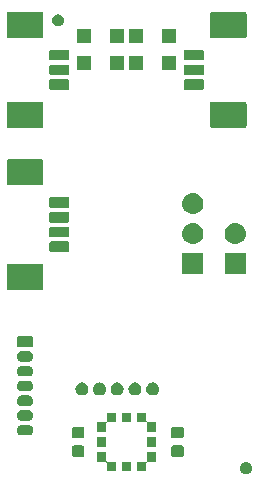
<source format=gbs>
G04 #@! TF.GenerationSoftware,KiCad,Pcbnew,(5.1.4-0-10_14)*
G04 #@! TF.CreationDate,2020-03-01T16:52:25+01:00*
G04 #@! TF.ProjectId,actuator-board,61637475-6174-46f7-922d-626f6172642e,A.1*
G04 #@! TF.SameCoordinates,Original*
G04 #@! TF.FileFunction,Soldermask,Bot*
G04 #@! TF.FilePolarity,Negative*
%FSLAX46Y46*%
G04 Gerber Fmt 4.6, Leading zero omitted, Abs format (unit mm)*
G04 Created by KiCad (PCBNEW (5.1.4-0-10_14)) date 2020-03-01 16:52:25*
%MOMM*%
%LPD*%
G04 APERTURE LIST*
%ADD10C,0.100000*%
G04 APERTURE END LIST*
D10*
G36*
X69245845Y-98619215D02*
G01*
X69336839Y-98656906D01*
X69377507Y-98684080D01*
X69418733Y-98711626D01*
X69488374Y-98781267D01*
X69488375Y-98781269D01*
X69543094Y-98863161D01*
X69580785Y-98954155D01*
X69600000Y-99050754D01*
X69600000Y-99149246D01*
X69580785Y-99245845D01*
X69543094Y-99336839D01*
X69543093Y-99336840D01*
X69488374Y-99418733D01*
X69418733Y-99488374D01*
X69377507Y-99515920D01*
X69336839Y-99543094D01*
X69245845Y-99580785D01*
X69149246Y-99600000D01*
X69050754Y-99600000D01*
X68954155Y-99580785D01*
X68863161Y-99543094D01*
X68822493Y-99515920D01*
X68781267Y-99488374D01*
X68711626Y-99418733D01*
X68656907Y-99336840D01*
X68656906Y-99336839D01*
X68619215Y-99245845D01*
X68600000Y-99149246D01*
X68600000Y-99050754D01*
X68619215Y-98954155D01*
X68656906Y-98863161D01*
X68711625Y-98781269D01*
X68711626Y-98781267D01*
X68781267Y-98711626D01*
X68822493Y-98684080D01*
X68863161Y-98656906D01*
X68954155Y-98619215D01*
X69050754Y-98600000D01*
X69149246Y-98600000D01*
X69245845Y-98619215D01*
X69245845Y-98619215D01*
G37*
G36*
X61475000Y-98570000D02*
G01*
X60829999Y-98570000D01*
X60798785Y-98573074D01*
X60768770Y-98582179D01*
X60741108Y-98596965D01*
X60716863Y-98616863D01*
X60696965Y-98641108D01*
X60682179Y-98668770D01*
X60673074Y-98698785D01*
X60670000Y-98729999D01*
X60670000Y-99375000D01*
X59870000Y-99375000D01*
X59870000Y-98625000D01*
X60565001Y-98625000D01*
X60596215Y-98621926D01*
X60626230Y-98612821D01*
X60653892Y-98598035D01*
X60678137Y-98578137D01*
X60698035Y-98553892D01*
X60712821Y-98526230D01*
X60721926Y-98496215D01*
X60725000Y-98465001D01*
X60725000Y-97770000D01*
X61475000Y-97770000D01*
X61475000Y-98570000D01*
X61475000Y-98570000D01*
G37*
G36*
X59400000Y-99375000D02*
G01*
X58600000Y-99375000D01*
X58600000Y-98625000D01*
X59400000Y-98625000D01*
X59400000Y-99375000D01*
X59400000Y-99375000D01*
G37*
G36*
X57275000Y-98465001D02*
G01*
X57278074Y-98496215D01*
X57287179Y-98526230D01*
X57301965Y-98553892D01*
X57321863Y-98578137D01*
X57346108Y-98598035D01*
X57373770Y-98612821D01*
X57403785Y-98621926D01*
X57434999Y-98625000D01*
X58130000Y-98625000D01*
X58130000Y-99375000D01*
X57330000Y-99375000D01*
X57330000Y-98729999D01*
X57326926Y-98698785D01*
X57317821Y-98668770D01*
X57303035Y-98641108D01*
X57283137Y-98616863D01*
X57258892Y-98596965D01*
X57231230Y-98582179D01*
X57201215Y-98573074D01*
X57170001Y-98570000D01*
X56525000Y-98570000D01*
X56525000Y-97770000D01*
X57275000Y-97770000D01*
X57275000Y-98465001D01*
X57275000Y-98465001D01*
G37*
G36*
X63693040Y-97203905D02*
G01*
X63723619Y-97213181D01*
X63751791Y-97228239D01*
X63776491Y-97248509D01*
X63796761Y-97273209D01*
X63811819Y-97301381D01*
X63821095Y-97331960D01*
X63825000Y-97371605D01*
X63825000Y-98003395D01*
X63821095Y-98043040D01*
X63811819Y-98073619D01*
X63796761Y-98101791D01*
X63776491Y-98126491D01*
X63751791Y-98146761D01*
X63723619Y-98161819D01*
X63693040Y-98171095D01*
X63653395Y-98175000D01*
X62946605Y-98175000D01*
X62906960Y-98171095D01*
X62876381Y-98161819D01*
X62848209Y-98146761D01*
X62823509Y-98126491D01*
X62803239Y-98101791D01*
X62788181Y-98073619D01*
X62778905Y-98043040D01*
X62775000Y-98003395D01*
X62775000Y-97371605D01*
X62778905Y-97331960D01*
X62788181Y-97301381D01*
X62803239Y-97273209D01*
X62823509Y-97248509D01*
X62848209Y-97228239D01*
X62876381Y-97213181D01*
X62906960Y-97203905D01*
X62946605Y-97200000D01*
X63653395Y-97200000D01*
X63693040Y-97203905D01*
X63693040Y-97203905D01*
G37*
G36*
X55293040Y-97203905D02*
G01*
X55323619Y-97213181D01*
X55351791Y-97228239D01*
X55376491Y-97248509D01*
X55396761Y-97273209D01*
X55411819Y-97301381D01*
X55421095Y-97331960D01*
X55425000Y-97371605D01*
X55425000Y-98003395D01*
X55421095Y-98043040D01*
X55411819Y-98073619D01*
X55396761Y-98101791D01*
X55376491Y-98126491D01*
X55351791Y-98146761D01*
X55323619Y-98161819D01*
X55293040Y-98171095D01*
X55253395Y-98175000D01*
X54546605Y-98175000D01*
X54506960Y-98171095D01*
X54476381Y-98161819D01*
X54448209Y-98146761D01*
X54423509Y-98126491D01*
X54403239Y-98101791D01*
X54388181Y-98073619D01*
X54378905Y-98043040D01*
X54375000Y-98003395D01*
X54375000Y-97371605D01*
X54378905Y-97331960D01*
X54388181Y-97301381D01*
X54403239Y-97273209D01*
X54423509Y-97248509D01*
X54448209Y-97228239D01*
X54476381Y-97213181D01*
X54506960Y-97203905D01*
X54546605Y-97200000D01*
X55253395Y-97200000D01*
X55293040Y-97203905D01*
X55293040Y-97203905D01*
G37*
G36*
X61475000Y-97300000D02*
G01*
X60725000Y-97300000D01*
X60725000Y-96500000D01*
X61475000Y-96500000D01*
X61475000Y-97300000D01*
X61475000Y-97300000D01*
G37*
G36*
X57275000Y-97300000D02*
G01*
X56525000Y-97300000D01*
X56525000Y-96500000D01*
X57275000Y-96500000D01*
X57275000Y-97300000D01*
X57275000Y-97300000D01*
G37*
G36*
X63693040Y-95628905D02*
G01*
X63723619Y-95638181D01*
X63751791Y-95653239D01*
X63776491Y-95673509D01*
X63796761Y-95698209D01*
X63811819Y-95726381D01*
X63821095Y-95756960D01*
X63825000Y-95796605D01*
X63825000Y-96428395D01*
X63821095Y-96468040D01*
X63811819Y-96498619D01*
X63796761Y-96526791D01*
X63776491Y-96551491D01*
X63751791Y-96571761D01*
X63723619Y-96586819D01*
X63693040Y-96596095D01*
X63653395Y-96600000D01*
X62946605Y-96600000D01*
X62906960Y-96596095D01*
X62876381Y-96586819D01*
X62848209Y-96571761D01*
X62823509Y-96551491D01*
X62803239Y-96526791D01*
X62788181Y-96498619D01*
X62778905Y-96468040D01*
X62775000Y-96428395D01*
X62775000Y-95796605D01*
X62778905Y-95756960D01*
X62788181Y-95726381D01*
X62803239Y-95698209D01*
X62823509Y-95673509D01*
X62848209Y-95653239D01*
X62876381Y-95638181D01*
X62906960Y-95628905D01*
X62946605Y-95625000D01*
X63653395Y-95625000D01*
X63693040Y-95628905D01*
X63693040Y-95628905D01*
G37*
G36*
X55293040Y-95628905D02*
G01*
X55323619Y-95638181D01*
X55351791Y-95653239D01*
X55376491Y-95673509D01*
X55396761Y-95698209D01*
X55411819Y-95726381D01*
X55421095Y-95756960D01*
X55425000Y-95796605D01*
X55425000Y-96428395D01*
X55421095Y-96468040D01*
X55411819Y-96498619D01*
X55396761Y-96526791D01*
X55376491Y-96551491D01*
X55351791Y-96571761D01*
X55323619Y-96586819D01*
X55293040Y-96596095D01*
X55253395Y-96600000D01*
X54546605Y-96600000D01*
X54506960Y-96596095D01*
X54476381Y-96586819D01*
X54448209Y-96571761D01*
X54423509Y-96551491D01*
X54403239Y-96526791D01*
X54388181Y-96498619D01*
X54378905Y-96468040D01*
X54375000Y-96428395D01*
X54375000Y-95796605D01*
X54378905Y-95756960D01*
X54388181Y-95726381D01*
X54403239Y-95698209D01*
X54423509Y-95673509D01*
X54448209Y-95653239D01*
X54476381Y-95638181D01*
X54506960Y-95628905D01*
X54546605Y-95625000D01*
X55253395Y-95625000D01*
X55293040Y-95628905D01*
X55293040Y-95628905D01*
G37*
G36*
X50738215Y-95456511D02*
G01*
X50823041Y-95482243D01*
X50823044Y-95482245D01*
X50823045Y-95482245D01*
X50901215Y-95524028D01*
X50969737Y-95580263D01*
X51025972Y-95648785D01*
X51035216Y-95666079D01*
X51067757Y-95726959D01*
X51093489Y-95811785D01*
X51102177Y-95900000D01*
X51093489Y-95988215D01*
X51067757Y-96073041D01*
X51067755Y-96073044D01*
X51067755Y-96073045D01*
X51025972Y-96151215D01*
X50969737Y-96219737D01*
X50901215Y-96275972D01*
X50823045Y-96317755D01*
X50823041Y-96317757D01*
X50738215Y-96343489D01*
X50672105Y-96350000D01*
X50127895Y-96350000D01*
X50061785Y-96343489D01*
X49976959Y-96317757D01*
X49976955Y-96317755D01*
X49898785Y-96275972D01*
X49830263Y-96219737D01*
X49774028Y-96151215D01*
X49732245Y-96073045D01*
X49732245Y-96073044D01*
X49732243Y-96073041D01*
X49706511Y-95988215D01*
X49697823Y-95900000D01*
X49706511Y-95811785D01*
X49732243Y-95726959D01*
X49764784Y-95666079D01*
X49774028Y-95648785D01*
X49830263Y-95580263D01*
X49898785Y-95524028D01*
X49976955Y-95482245D01*
X49976956Y-95482245D01*
X49976959Y-95482243D01*
X50061785Y-95456511D01*
X50127895Y-95450000D01*
X50672105Y-95450000D01*
X50738215Y-95456511D01*
X50738215Y-95456511D01*
G37*
G36*
X60670000Y-95070001D02*
G01*
X60673074Y-95101215D01*
X60682179Y-95131230D01*
X60696965Y-95158892D01*
X60716863Y-95183137D01*
X60741108Y-95203035D01*
X60768770Y-95217821D01*
X60798785Y-95226926D01*
X60829999Y-95230000D01*
X61475000Y-95230000D01*
X61475000Y-96030000D01*
X60725000Y-96030000D01*
X60725000Y-95334999D01*
X60721926Y-95303785D01*
X60712821Y-95273770D01*
X60698035Y-95246108D01*
X60678137Y-95221863D01*
X60653892Y-95201965D01*
X60626230Y-95187179D01*
X60596215Y-95178074D01*
X60565001Y-95175000D01*
X59870000Y-95175000D01*
X59870000Y-94425000D01*
X60670000Y-94425000D01*
X60670000Y-95070001D01*
X60670000Y-95070001D01*
G37*
G36*
X58130000Y-95175000D02*
G01*
X57434999Y-95175000D01*
X57403785Y-95178074D01*
X57373770Y-95187179D01*
X57346108Y-95201965D01*
X57321863Y-95221863D01*
X57301965Y-95246108D01*
X57287179Y-95273770D01*
X57278074Y-95303785D01*
X57275000Y-95334999D01*
X57275000Y-96030000D01*
X56525000Y-96030000D01*
X56525000Y-95230000D01*
X57170001Y-95230000D01*
X57201215Y-95226926D01*
X57231230Y-95217821D01*
X57258892Y-95203035D01*
X57283137Y-95183137D01*
X57303035Y-95158892D01*
X57317821Y-95131230D01*
X57326926Y-95101215D01*
X57330000Y-95070001D01*
X57330000Y-94425000D01*
X58130000Y-94425000D01*
X58130000Y-95175000D01*
X58130000Y-95175000D01*
G37*
G36*
X59400000Y-95175000D02*
G01*
X58600000Y-95175000D01*
X58600000Y-94425000D01*
X59400000Y-94425000D01*
X59400000Y-95175000D01*
X59400000Y-95175000D01*
G37*
G36*
X50738215Y-94206511D02*
G01*
X50823041Y-94232243D01*
X50823044Y-94232245D01*
X50823045Y-94232245D01*
X50901215Y-94274028D01*
X50901217Y-94274029D01*
X50901216Y-94274029D01*
X50969737Y-94330263D01*
X51025971Y-94398784D01*
X51067757Y-94476959D01*
X51093489Y-94561785D01*
X51102177Y-94650000D01*
X51093489Y-94738215D01*
X51067757Y-94823041D01*
X51067755Y-94823044D01*
X51067755Y-94823045D01*
X51025972Y-94901215D01*
X50969737Y-94969737D01*
X50901215Y-95025972D01*
X50823045Y-95067755D01*
X50823041Y-95067757D01*
X50738215Y-95093489D01*
X50672105Y-95100000D01*
X50127895Y-95100000D01*
X50061785Y-95093489D01*
X49976959Y-95067757D01*
X49976955Y-95067755D01*
X49898785Y-95025972D01*
X49830263Y-94969737D01*
X49774028Y-94901215D01*
X49732245Y-94823045D01*
X49732245Y-94823044D01*
X49732243Y-94823041D01*
X49706511Y-94738215D01*
X49697823Y-94650000D01*
X49706511Y-94561785D01*
X49732243Y-94476959D01*
X49774029Y-94398784D01*
X49830263Y-94330263D01*
X49898784Y-94274029D01*
X49898783Y-94274029D01*
X49898785Y-94274028D01*
X49976955Y-94232245D01*
X49976956Y-94232245D01*
X49976959Y-94232243D01*
X50061785Y-94206511D01*
X50127895Y-94200000D01*
X50672105Y-94200000D01*
X50738215Y-94206511D01*
X50738215Y-94206511D01*
G37*
G36*
X50738215Y-92956511D02*
G01*
X50823041Y-92982243D01*
X50823044Y-92982245D01*
X50823045Y-92982245D01*
X50901215Y-93024028D01*
X50901217Y-93024029D01*
X50901216Y-93024029D01*
X50969737Y-93080263D01*
X51025971Y-93148784D01*
X51067757Y-93226959D01*
X51093489Y-93311785D01*
X51102177Y-93400000D01*
X51093489Y-93488215D01*
X51067757Y-93573041D01*
X51067755Y-93573044D01*
X51067755Y-93573045D01*
X51025972Y-93651215D01*
X50969737Y-93719737D01*
X50901215Y-93775972D01*
X50823045Y-93817755D01*
X50823041Y-93817757D01*
X50738215Y-93843489D01*
X50672105Y-93850000D01*
X50127895Y-93850000D01*
X50061785Y-93843489D01*
X49976959Y-93817757D01*
X49976955Y-93817755D01*
X49898785Y-93775972D01*
X49830263Y-93719737D01*
X49774028Y-93651215D01*
X49732245Y-93573045D01*
X49732245Y-93573044D01*
X49732243Y-93573041D01*
X49706511Y-93488215D01*
X49697823Y-93400000D01*
X49706511Y-93311785D01*
X49732243Y-93226959D01*
X49774029Y-93148784D01*
X49830263Y-93080263D01*
X49898784Y-93024029D01*
X49898783Y-93024029D01*
X49898785Y-93024028D01*
X49976955Y-92982245D01*
X49976956Y-92982245D01*
X49976959Y-92982243D01*
X50061785Y-92956511D01*
X50127895Y-92950000D01*
X50672105Y-92950000D01*
X50738215Y-92956511D01*
X50738215Y-92956511D01*
G37*
G36*
X56860429Y-91871136D02*
G01*
X56927178Y-91898785D01*
X56960523Y-91912597D01*
X57050607Y-91972789D01*
X57127211Y-92049393D01*
X57127213Y-92049396D01*
X57187403Y-92139477D01*
X57228864Y-92239571D01*
X57250000Y-92345830D01*
X57250000Y-92454170D01*
X57228864Y-92560429D01*
X57187403Y-92660523D01*
X57127211Y-92750607D01*
X57050607Y-92827211D01*
X57050604Y-92827213D01*
X56960523Y-92887403D01*
X56860429Y-92928864D01*
X56754170Y-92950000D01*
X56645830Y-92950000D01*
X56539571Y-92928864D01*
X56439477Y-92887403D01*
X56349396Y-92827213D01*
X56349393Y-92827211D01*
X56272789Y-92750607D01*
X56212597Y-92660523D01*
X56171136Y-92560429D01*
X56150000Y-92454170D01*
X56150000Y-92345830D01*
X56171136Y-92239571D01*
X56212597Y-92139477D01*
X56272787Y-92049396D01*
X56272789Y-92049393D01*
X56349393Y-91972789D01*
X56439477Y-91912597D01*
X56472822Y-91898785D01*
X56539571Y-91871136D01*
X56645830Y-91850000D01*
X56754170Y-91850000D01*
X56860429Y-91871136D01*
X56860429Y-91871136D01*
G37*
G36*
X55360429Y-91871136D02*
G01*
X55427178Y-91898785D01*
X55460523Y-91912597D01*
X55550607Y-91972789D01*
X55627211Y-92049393D01*
X55627213Y-92049396D01*
X55687403Y-92139477D01*
X55728864Y-92239571D01*
X55750000Y-92345830D01*
X55750000Y-92454170D01*
X55728864Y-92560429D01*
X55687403Y-92660523D01*
X55627211Y-92750607D01*
X55550607Y-92827211D01*
X55550604Y-92827213D01*
X55460523Y-92887403D01*
X55360429Y-92928864D01*
X55254170Y-92950000D01*
X55145830Y-92950000D01*
X55039571Y-92928864D01*
X54939477Y-92887403D01*
X54849396Y-92827213D01*
X54849393Y-92827211D01*
X54772789Y-92750607D01*
X54712597Y-92660523D01*
X54671136Y-92560429D01*
X54650000Y-92454170D01*
X54650000Y-92345830D01*
X54671136Y-92239571D01*
X54712597Y-92139477D01*
X54772787Y-92049396D01*
X54772789Y-92049393D01*
X54849393Y-91972789D01*
X54939477Y-91912597D01*
X54972822Y-91898785D01*
X55039571Y-91871136D01*
X55145830Y-91850000D01*
X55254170Y-91850000D01*
X55360429Y-91871136D01*
X55360429Y-91871136D01*
G37*
G36*
X61360429Y-91871136D02*
G01*
X61427178Y-91898785D01*
X61460523Y-91912597D01*
X61550607Y-91972789D01*
X61627211Y-92049393D01*
X61627213Y-92049396D01*
X61687403Y-92139477D01*
X61728864Y-92239571D01*
X61750000Y-92345830D01*
X61750000Y-92454170D01*
X61728864Y-92560429D01*
X61687403Y-92660523D01*
X61627211Y-92750607D01*
X61550607Y-92827211D01*
X61550604Y-92827213D01*
X61460523Y-92887403D01*
X61360429Y-92928864D01*
X61254170Y-92950000D01*
X61145830Y-92950000D01*
X61039571Y-92928864D01*
X60939477Y-92887403D01*
X60849396Y-92827213D01*
X60849393Y-92827211D01*
X60772789Y-92750607D01*
X60712597Y-92660523D01*
X60671136Y-92560429D01*
X60650000Y-92454170D01*
X60650000Y-92345830D01*
X60671136Y-92239571D01*
X60712597Y-92139477D01*
X60772787Y-92049396D01*
X60772789Y-92049393D01*
X60849393Y-91972789D01*
X60939477Y-91912597D01*
X60972822Y-91898785D01*
X61039571Y-91871136D01*
X61145830Y-91850000D01*
X61254170Y-91850000D01*
X61360429Y-91871136D01*
X61360429Y-91871136D01*
G37*
G36*
X59860429Y-91871136D02*
G01*
X59927178Y-91898785D01*
X59960523Y-91912597D01*
X60050607Y-91972789D01*
X60127211Y-92049393D01*
X60127213Y-92049396D01*
X60187403Y-92139477D01*
X60228864Y-92239571D01*
X60250000Y-92345830D01*
X60250000Y-92454170D01*
X60228864Y-92560429D01*
X60187403Y-92660523D01*
X60127211Y-92750607D01*
X60050607Y-92827211D01*
X60050604Y-92827213D01*
X59960523Y-92887403D01*
X59860429Y-92928864D01*
X59754170Y-92950000D01*
X59645830Y-92950000D01*
X59539571Y-92928864D01*
X59439477Y-92887403D01*
X59349396Y-92827213D01*
X59349393Y-92827211D01*
X59272789Y-92750607D01*
X59212597Y-92660523D01*
X59171136Y-92560429D01*
X59150000Y-92454170D01*
X59150000Y-92345830D01*
X59171136Y-92239571D01*
X59212597Y-92139477D01*
X59272787Y-92049396D01*
X59272789Y-92049393D01*
X59349393Y-91972789D01*
X59439477Y-91912597D01*
X59472822Y-91898785D01*
X59539571Y-91871136D01*
X59645830Y-91850000D01*
X59754170Y-91850000D01*
X59860429Y-91871136D01*
X59860429Y-91871136D01*
G37*
G36*
X58360429Y-91871136D02*
G01*
X58427178Y-91898785D01*
X58460523Y-91912597D01*
X58550607Y-91972789D01*
X58627211Y-92049393D01*
X58627213Y-92049396D01*
X58687403Y-92139477D01*
X58728864Y-92239571D01*
X58750000Y-92345830D01*
X58750000Y-92454170D01*
X58728864Y-92560429D01*
X58687403Y-92660523D01*
X58627211Y-92750607D01*
X58550607Y-92827211D01*
X58550604Y-92827213D01*
X58460523Y-92887403D01*
X58360429Y-92928864D01*
X58254170Y-92950000D01*
X58145830Y-92950000D01*
X58039571Y-92928864D01*
X57939477Y-92887403D01*
X57849396Y-92827213D01*
X57849393Y-92827211D01*
X57772789Y-92750607D01*
X57712597Y-92660523D01*
X57671136Y-92560429D01*
X57650000Y-92454170D01*
X57650000Y-92345830D01*
X57671136Y-92239571D01*
X57712597Y-92139477D01*
X57772787Y-92049396D01*
X57772789Y-92049393D01*
X57849393Y-91972789D01*
X57939477Y-91912597D01*
X57972822Y-91898785D01*
X58039571Y-91871136D01*
X58145830Y-91850000D01*
X58254170Y-91850000D01*
X58360429Y-91871136D01*
X58360429Y-91871136D01*
G37*
G36*
X50738215Y-91706511D02*
G01*
X50823041Y-91732243D01*
X50823044Y-91732245D01*
X50823045Y-91732245D01*
X50901215Y-91774028D01*
X50969737Y-91830263D01*
X51025972Y-91898785D01*
X51065527Y-91972787D01*
X51067757Y-91976959D01*
X51093489Y-92061785D01*
X51102177Y-92150000D01*
X51093489Y-92238215D01*
X51067757Y-92323041D01*
X51067755Y-92323044D01*
X51067755Y-92323045D01*
X51025972Y-92401215D01*
X50969737Y-92469737D01*
X50901215Y-92525972D01*
X50836751Y-92560429D01*
X50823041Y-92567757D01*
X50738215Y-92593489D01*
X50672105Y-92600000D01*
X50127895Y-92600000D01*
X50061785Y-92593489D01*
X49976959Y-92567757D01*
X49963249Y-92560429D01*
X49898785Y-92525972D01*
X49830263Y-92469737D01*
X49774028Y-92401215D01*
X49732245Y-92323045D01*
X49732245Y-92323044D01*
X49732243Y-92323041D01*
X49706511Y-92238215D01*
X49697823Y-92150000D01*
X49706511Y-92061785D01*
X49732243Y-91976959D01*
X49734473Y-91972787D01*
X49774028Y-91898785D01*
X49830263Y-91830263D01*
X49898785Y-91774028D01*
X49976955Y-91732245D01*
X49976956Y-91732245D01*
X49976959Y-91732243D01*
X50061785Y-91706511D01*
X50127895Y-91700000D01*
X50672105Y-91700000D01*
X50738215Y-91706511D01*
X50738215Y-91706511D01*
G37*
G36*
X50738215Y-90456511D02*
G01*
X50823041Y-90482243D01*
X50823044Y-90482245D01*
X50823045Y-90482245D01*
X50901215Y-90524028D01*
X50901217Y-90524029D01*
X50901216Y-90524029D01*
X50969737Y-90580263D01*
X51025971Y-90648784D01*
X51067757Y-90726959D01*
X51093489Y-90811785D01*
X51102177Y-90900000D01*
X51093489Y-90988215D01*
X51067757Y-91073041D01*
X51067755Y-91073044D01*
X51067755Y-91073045D01*
X51025972Y-91151215D01*
X50969737Y-91219737D01*
X50901215Y-91275972D01*
X50823045Y-91317755D01*
X50823041Y-91317757D01*
X50738215Y-91343489D01*
X50672105Y-91350000D01*
X50127895Y-91350000D01*
X50061785Y-91343489D01*
X49976959Y-91317757D01*
X49976955Y-91317755D01*
X49898785Y-91275972D01*
X49830263Y-91219737D01*
X49774028Y-91151215D01*
X49732245Y-91073045D01*
X49732245Y-91073044D01*
X49732243Y-91073041D01*
X49706511Y-90988215D01*
X49697823Y-90900000D01*
X49706511Y-90811785D01*
X49732243Y-90726959D01*
X49774029Y-90648784D01*
X49830263Y-90580263D01*
X49898784Y-90524029D01*
X49898783Y-90524029D01*
X49898785Y-90524028D01*
X49976955Y-90482245D01*
X49976956Y-90482245D01*
X49976959Y-90482243D01*
X50061785Y-90456511D01*
X50127895Y-90450000D01*
X50672105Y-90450000D01*
X50738215Y-90456511D01*
X50738215Y-90456511D01*
G37*
G36*
X50738215Y-89206511D02*
G01*
X50823041Y-89232243D01*
X50823044Y-89232245D01*
X50823045Y-89232245D01*
X50901215Y-89274028D01*
X50901217Y-89274029D01*
X50901216Y-89274029D01*
X50969737Y-89330263D01*
X51025971Y-89398784D01*
X51067757Y-89476959D01*
X51093489Y-89561785D01*
X51102177Y-89650000D01*
X51093489Y-89738215D01*
X51067757Y-89823041D01*
X51067755Y-89823044D01*
X51067755Y-89823045D01*
X51025972Y-89901215D01*
X50969737Y-89969737D01*
X50901215Y-90025972D01*
X50823045Y-90067755D01*
X50823041Y-90067757D01*
X50738215Y-90093489D01*
X50672105Y-90100000D01*
X50127895Y-90100000D01*
X50061785Y-90093489D01*
X49976959Y-90067757D01*
X49976955Y-90067755D01*
X49898785Y-90025972D01*
X49830263Y-89969737D01*
X49774028Y-89901215D01*
X49732245Y-89823045D01*
X49732245Y-89823044D01*
X49732243Y-89823041D01*
X49706511Y-89738215D01*
X49697823Y-89650000D01*
X49706511Y-89561785D01*
X49732243Y-89476959D01*
X49774029Y-89398784D01*
X49830263Y-89330263D01*
X49898784Y-89274029D01*
X49898783Y-89274029D01*
X49898785Y-89274028D01*
X49976955Y-89232245D01*
X49976956Y-89232245D01*
X49976959Y-89232243D01*
X50061785Y-89206511D01*
X50127895Y-89200000D01*
X50672105Y-89200000D01*
X50738215Y-89206511D01*
X50738215Y-89206511D01*
G37*
G36*
X50983138Y-87953545D02*
G01*
X51010194Y-87961753D01*
X51035126Y-87975080D01*
X51056983Y-87993017D01*
X51074920Y-88014874D01*
X51088247Y-88039806D01*
X51096455Y-88066862D01*
X51100000Y-88102862D01*
X51100000Y-88697138D01*
X51096455Y-88733138D01*
X51088247Y-88760194D01*
X51074920Y-88785126D01*
X51056983Y-88806983D01*
X51035126Y-88824920D01*
X51010194Y-88838247D01*
X50983138Y-88846455D01*
X50947138Y-88850000D01*
X49852862Y-88850000D01*
X49816862Y-88846455D01*
X49789806Y-88838247D01*
X49764874Y-88824920D01*
X49743017Y-88806983D01*
X49725080Y-88785126D01*
X49711753Y-88760194D01*
X49703545Y-88733138D01*
X49700000Y-88697138D01*
X49700000Y-88102862D01*
X49703545Y-88066862D01*
X49711753Y-88039806D01*
X49725080Y-88014874D01*
X49743017Y-87993017D01*
X49764874Y-87975080D01*
X49789806Y-87961753D01*
X49816862Y-87953545D01*
X49852862Y-87950000D01*
X50947138Y-87950000D01*
X50983138Y-87953545D01*
X50983138Y-87953545D01*
G37*
G36*
X51837164Y-81828450D02*
G01*
X51863280Y-81836372D01*
X51887348Y-81849237D01*
X51908447Y-81866553D01*
X51925763Y-81887652D01*
X51938628Y-81911720D01*
X51946550Y-81937836D01*
X51950000Y-81972865D01*
X51950000Y-83877135D01*
X51946550Y-83912164D01*
X51938628Y-83938280D01*
X51925763Y-83962348D01*
X51908447Y-83983447D01*
X51887348Y-84000763D01*
X51863280Y-84013628D01*
X51837164Y-84021550D01*
X51802135Y-84025000D01*
X48997865Y-84025000D01*
X48962836Y-84021550D01*
X48936720Y-84013628D01*
X48912652Y-84000763D01*
X48891553Y-83983447D01*
X48874237Y-83962348D01*
X48861372Y-83938280D01*
X48853450Y-83912164D01*
X48850000Y-83877135D01*
X48850000Y-81972865D01*
X48853450Y-81937836D01*
X48861372Y-81911720D01*
X48874237Y-81887652D01*
X48891553Y-81866553D01*
X48912652Y-81849237D01*
X48936720Y-81836372D01*
X48962836Y-81828450D01*
X48997865Y-81825000D01*
X51802135Y-81825000D01*
X51837164Y-81828450D01*
X51837164Y-81828450D01*
G37*
G36*
X69100000Y-82700000D02*
G01*
X67300000Y-82700000D01*
X67300000Y-80900000D01*
X69100000Y-80900000D01*
X69100000Y-82700000D01*
X69100000Y-82700000D01*
G37*
G36*
X65500000Y-82700000D02*
G01*
X63700000Y-82700000D01*
X63700000Y-80900000D01*
X65500000Y-80900000D01*
X65500000Y-82700000D01*
X65500000Y-82700000D01*
G37*
G36*
X54033138Y-79928545D02*
G01*
X54060194Y-79936753D01*
X54085126Y-79950080D01*
X54106983Y-79968017D01*
X54124920Y-79989874D01*
X54138247Y-80014806D01*
X54146455Y-80041862D01*
X54150000Y-80077862D01*
X54150000Y-80672138D01*
X54146455Y-80708138D01*
X54138247Y-80735194D01*
X54124920Y-80760126D01*
X54106983Y-80781983D01*
X54085126Y-80799920D01*
X54060194Y-80813247D01*
X54033138Y-80821455D01*
X53997138Y-80825000D01*
X52602862Y-80825000D01*
X52566862Y-80821455D01*
X52539806Y-80813247D01*
X52514874Y-80799920D01*
X52493017Y-80781983D01*
X52475080Y-80760126D01*
X52461753Y-80735194D01*
X52453545Y-80708138D01*
X52450000Y-80672138D01*
X52450000Y-80077862D01*
X52453545Y-80041862D01*
X52461753Y-80014806D01*
X52475080Y-79989874D01*
X52493017Y-79968017D01*
X52514874Y-79950080D01*
X52539806Y-79936753D01*
X52566862Y-79928545D01*
X52602862Y-79925000D01*
X53997138Y-79925000D01*
X54033138Y-79928545D01*
X54033138Y-79928545D01*
G37*
G36*
X64776431Y-78373023D02*
G01*
X64776433Y-78373024D01*
X64776436Y-78373024D01*
X64946076Y-78424484D01*
X64946078Y-78424485D01*
X64946081Y-78424486D01*
X65102432Y-78508057D01*
X65102433Y-78508058D01*
X65102435Y-78508059D01*
X65239475Y-78620525D01*
X65319485Y-78718017D01*
X65351943Y-78757568D01*
X65435514Y-78913919D01*
X65435515Y-78913922D01*
X65435516Y-78913924D01*
X65486976Y-79083564D01*
X65486976Y-79083567D01*
X65486977Y-79083569D01*
X65504354Y-79260000D01*
X65486977Y-79436431D01*
X65486976Y-79436433D01*
X65486976Y-79436436D01*
X65435516Y-79606076D01*
X65435514Y-79606081D01*
X65351943Y-79762432D01*
X65351941Y-79762435D01*
X65239475Y-79899475D01*
X65102435Y-80011941D01*
X65102433Y-80011942D01*
X65102432Y-80011943D01*
X64946081Y-80095514D01*
X64946078Y-80095515D01*
X64946076Y-80095516D01*
X64776436Y-80146976D01*
X64776433Y-80146976D01*
X64776431Y-80146977D01*
X64644207Y-80160000D01*
X64555793Y-80160000D01*
X64423569Y-80146977D01*
X64423567Y-80146976D01*
X64423564Y-80146976D01*
X64253924Y-80095516D01*
X64253922Y-80095515D01*
X64253919Y-80095514D01*
X64097568Y-80011943D01*
X64097567Y-80011942D01*
X64097565Y-80011941D01*
X63960525Y-79899475D01*
X63848059Y-79762435D01*
X63848057Y-79762432D01*
X63764486Y-79606081D01*
X63764484Y-79606076D01*
X63713024Y-79436436D01*
X63713024Y-79436433D01*
X63713023Y-79436431D01*
X63695646Y-79260000D01*
X63713023Y-79083569D01*
X63713024Y-79083567D01*
X63713024Y-79083564D01*
X63764484Y-78913924D01*
X63764485Y-78913922D01*
X63764486Y-78913919D01*
X63848057Y-78757568D01*
X63880516Y-78718017D01*
X63960525Y-78620525D01*
X64097565Y-78508059D01*
X64097567Y-78508058D01*
X64097568Y-78508057D01*
X64253919Y-78424486D01*
X64253922Y-78424485D01*
X64253924Y-78424484D01*
X64423564Y-78373024D01*
X64423567Y-78373024D01*
X64423569Y-78373023D01*
X64555793Y-78360000D01*
X64644207Y-78360000D01*
X64776431Y-78373023D01*
X64776431Y-78373023D01*
G37*
G36*
X68376431Y-78373023D02*
G01*
X68376433Y-78373024D01*
X68376436Y-78373024D01*
X68546076Y-78424484D01*
X68546078Y-78424485D01*
X68546081Y-78424486D01*
X68702432Y-78508057D01*
X68702433Y-78508058D01*
X68702435Y-78508059D01*
X68839475Y-78620525D01*
X68919485Y-78718017D01*
X68951943Y-78757568D01*
X69035514Y-78913919D01*
X69035515Y-78913922D01*
X69035516Y-78913924D01*
X69086976Y-79083564D01*
X69086976Y-79083567D01*
X69086977Y-79083569D01*
X69104354Y-79260000D01*
X69086977Y-79436431D01*
X69086976Y-79436433D01*
X69086976Y-79436436D01*
X69035516Y-79606076D01*
X69035514Y-79606081D01*
X68951943Y-79762432D01*
X68951941Y-79762435D01*
X68839475Y-79899475D01*
X68702435Y-80011941D01*
X68702433Y-80011942D01*
X68702432Y-80011943D01*
X68546081Y-80095514D01*
X68546078Y-80095515D01*
X68546076Y-80095516D01*
X68376436Y-80146976D01*
X68376433Y-80146976D01*
X68376431Y-80146977D01*
X68244207Y-80160000D01*
X68155793Y-80160000D01*
X68023569Y-80146977D01*
X68023567Y-80146976D01*
X68023564Y-80146976D01*
X67853924Y-80095516D01*
X67853922Y-80095515D01*
X67853919Y-80095514D01*
X67697568Y-80011943D01*
X67697567Y-80011942D01*
X67697565Y-80011941D01*
X67560525Y-79899475D01*
X67448059Y-79762435D01*
X67448057Y-79762432D01*
X67364486Y-79606081D01*
X67364484Y-79606076D01*
X67313024Y-79436436D01*
X67313024Y-79436433D01*
X67313023Y-79436431D01*
X67295646Y-79260000D01*
X67313023Y-79083569D01*
X67313024Y-79083567D01*
X67313024Y-79083564D01*
X67364484Y-78913924D01*
X67364485Y-78913922D01*
X67364486Y-78913919D01*
X67448057Y-78757568D01*
X67480516Y-78718017D01*
X67560525Y-78620525D01*
X67697565Y-78508059D01*
X67697567Y-78508058D01*
X67697568Y-78508057D01*
X67853919Y-78424486D01*
X67853922Y-78424485D01*
X67853924Y-78424484D01*
X68023564Y-78373024D01*
X68023567Y-78373024D01*
X68023569Y-78373023D01*
X68155793Y-78360000D01*
X68244207Y-78360000D01*
X68376431Y-78373023D01*
X68376431Y-78373023D01*
G37*
G36*
X54033138Y-78678545D02*
G01*
X54060194Y-78686753D01*
X54085126Y-78700080D01*
X54106983Y-78718017D01*
X54124920Y-78739874D01*
X54138247Y-78764806D01*
X54146455Y-78791862D01*
X54150000Y-78827862D01*
X54150000Y-79422138D01*
X54146455Y-79458138D01*
X54138247Y-79485194D01*
X54124920Y-79510126D01*
X54106983Y-79531983D01*
X54085126Y-79549920D01*
X54060194Y-79563247D01*
X54033138Y-79571455D01*
X53997138Y-79575000D01*
X52602862Y-79575000D01*
X52566862Y-79571455D01*
X52539806Y-79563247D01*
X52514874Y-79549920D01*
X52493017Y-79531983D01*
X52475080Y-79510126D01*
X52461753Y-79485194D01*
X52453545Y-79458138D01*
X52450000Y-79422138D01*
X52450000Y-78827862D01*
X52453545Y-78791862D01*
X52461753Y-78764806D01*
X52475080Y-78739874D01*
X52493017Y-78718017D01*
X52514874Y-78700080D01*
X52539806Y-78686753D01*
X52566862Y-78678545D01*
X52602862Y-78675000D01*
X53997138Y-78675000D01*
X54033138Y-78678545D01*
X54033138Y-78678545D01*
G37*
G36*
X54033138Y-77428545D02*
G01*
X54060194Y-77436753D01*
X54085126Y-77450080D01*
X54106983Y-77468017D01*
X54124920Y-77489874D01*
X54138247Y-77514806D01*
X54146455Y-77541862D01*
X54150000Y-77577862D01*
X54150000Y-78172138D01*
X54146455Y-78208138D01*
X54138247Y-78235194D01*
X54124920Y-78260126D01*
X54106983Y-78281983D01*
X54085126Y-78299920D01*
X54060194Y-78313247D01*
X54033138Y-78321455D01*
X53997138Y-78325000D01*
X52602862Y-78325000D01*
X52566862Y-78321455D01*
X52539806Y-78313247D01*
X52514874Y-78299920D01*
X52493017Y-78281983D01*
X52475080Y-78260126D01*
X52461753Y-78235194D01*
X52453545Y-78208138D01*
X52450000Y-78172138D01*
X52450000Y-77577862D01*
X52453545Y-77541862D01*
X52461753Y-77514806D01*
X52475080Y-77489874D01*
X52493017Y-77468017D01*
X52514874Y-77450080D01*
X52539806Y-77436753D01*
X52566862Y-77428545D01*
X52602862Y-77425000D01*
X53997138Y-77425000D01*
X54033138Y-77428545D01*
X54033138Y-77428545D01*
G37*
G36*
X64776431Y-75833023D02*
G01*
X64776433Y-75833024D01*
X64776436Y-75833024D01*
X64946076Y-75884484D01*
X64946078Y-75884485D01*
X64946081Y-75884486D01*
X65102432Y-75968057D01*
X65102433Y-75968058D01*
X65102435Y-75968059D01*
X65239475Y-76080525D01*
X65331065Y-76192127D01*
X65351943Y-76217568D01*
X65435514Y-76373919D01*
X65435515Y-76373922D01*
X65435516Y-76373924D01*
X65486976Y-76543564D01*
X65486976Y-76543567D01*
X65486977Y-76543569D01*
X65504354Y-76720000D01*
X65486977Y-76896431D01*
X65486976Y-76896433D01*
X65486976Y-76896436D01*
X65438004Y-77057873D01*
X65435514Y-77066081D01*
X65351943Y-77222432D01*
X65351941Y-77222435D01*
X65239475Y-77359475D01*
X65102435Y-77471941D01*
X65102433Y-77471942D01*
X65102432Y-77471943D01*
X64946081Y-77555514D01*
X64946078Y-77555515D01*
X64946076Y-77555516D01*
X64776436Y-77606976D01*
X64776433Y-77606976D01*
X64776431Y-77606977D01*
X64644207Y-77620000D01*
X64555793Y-77620000D01*
X64423569Y-77606977D01*
X64423567Y-77606976D01*
X64423564Y-77606976D01*
X64253924Y-77555516D01*
X64253922Y-77555515D01*
X64253919Y-77555514D01*
X64097568Y-77471943D01*
X64097567Y-77471942D01*
X64097565Y-77471941D01*
X63960525Y-77359475D01*
X63848059Y-77222435D01*
X63848057Y-77222432D01*
X63764486Y-77066081D01*
X63761996Y-77057873D01*
X63713024Y-76896436D01*
X63713024Y-76896433D01*
X63713023Y-76896431D01*
X63695646Y-76720000D01*
X63713023Y-76543569D01*
X63713024Y-76543567D01*
X63713024Y-76543564D01*
X63764484Y-76373924D01*
X63764485Y-76373922D01*
X63764486Y-76373919D01*
X63848057Y-76217568D01*
X63868936Y-76192127D01*
X63960525Y-76080525D01*
X64097565Y-75968059D01*
X64097567Y-75968058D01*
X64097568Y-75968057D01*
X64253919Y-75884486D01*
X64253922Y-75884485D01*
X64253924Y-75884484D01*
X64423564Y-75833024D01*
X64423567Y-75833024D01*
X64423569Y-75833023D01*
X64555793Y-75820000D01*
X64644207Y-75820000D01*
X64776431Y-75833023D01*
X64776431Y-75833023D01*
G37*
G36*
X54033138Y-76178545D02*
G01*
X54060194Y-76186753D01*
X54085126Y-76200080D01*
X54106983Y-76218017D01*
X54124920Y-76239874D01*
X54138247Y-76264806D01*
X54146455Y-76291862D01*
X54150000Y-76327862D01*
X54150000Y-76922138D01*
X54146455Y-76958138D01*
X54138247Y-76985194D01*
X54124920Y-77010126D01*
X54106983Y-77031983D01*
X54085126Y-77049920D01*
X54060194Y-77063247D01*
X54033138Y-77071455D01*
X53997138Y-77075000D01*
X52602862Y-77075000D01*
X52566862Y-77071455D01*
X52539806Y-77063247D01*
X52514874Y-77049920D01*
X52493017Y-77031983D01*
X52475080Y-77010126D01*
X52461753Y-76985194D01*
X52453545Y-76958138D01*
X52450000Y-76922138D01*
X52450000Y-76327862D01*
X52453545Y-76291862D01*
X52461753Y-76264806D01*
X52475080Y-76239874D01*
X52493017Y-76218017D01*
X52514874Y-76200080D01*
X52539806Y-76186753D01*
X52566862Y-76178545D01*
X52602862Y-76175000D01*
X53997138Y-76175000D01*
X54033138Y-76178545D01*
X54033138Y-76178545D01*
G37*
G36*
X51837164Y-72978450D02*
G01*
X51863280Y-72986372D01*
X51887348Y-72999237D01*
X51908447Y-73016553D01*
X51925763Y-73037652D01*
X51938628Y-73061720D01*
X51946550Y-73087836D01*
X51950000Y-73122865D01*
X51950000Y-75027135D01*
X51946550Y-75062164D01*
X51938628Y-75088280D01*
X51925763Y-75112348D01*
X51908447Y-75133447D01*
X51887348Y-75150763D01*
X51863280Y-75163628D01*
X51837164Y-75171550D01*
X51802135Y-75175000D01*
X48997865Y-75175000D01*
X48962836Y-75171550D01*
X48936720Y-75163628D01*
X48912652Y-75150763D01*
X48891553Y-75133447D01*
X48874237Y-75112348D01*
X48861372Y-75088280D01*
X48853450Y-75062164D01*
X48850000Y-75027135D01*
X48850000Y-73122865D01*
X48853450Y-73087836D01*
X48861372Y-73061720D01*
X48874237Y-73037652D01*
X48891553Y-73016553D01*
X48912652Y-72999237D01*
X48936720Y-72986372D01*
X48962836Y-72978450D01*
X48997865Y-72975000D01*
X51802135Y-72975000D01*
X51837164Y-72978450D01*
X51837164Y-72978450D01*
G37*
G36*
X51837164Y-68103450D02*
G01*
X51863280Y-68111372D01*
X51887348Y-68124237D01*
X51908447Y-68141553D01*
X51925763Y-68162652D01*
X51938628Y-68186720D01*
X51946550Y-68212836D01*
X51950000Y-68247865D01*
X51950000Y-70152135D01*
X51946550Y-70187164D01*
X51938628Y-70213280D01*
X51925763Y-70237348D01*
X51908447Y-70258447D01*
X51887348Y-70275763D01*
X51863280Y-70288628D01*
X51837164Y-70296550D01*
X51802135Y-70300000D01*
X48997865Y-70300000D01*
X48962836Y-70296550D01*
X48936720Y-70288628D01*
X48912652Y-70275763D01*
X48891553Y-70258447D01*
X48874237Y-70237348D01*
X48861372Y-70213280D01*
X48853450Y-70187164D01*
X48850000Y-70152135D01*
X48850000Y-68247865D01*
X48853450Y-68212836D01*
X48861372Y-68186720D01*
X48874237Y-68162652D01*
X48891553Y-68141553D01*
X48912652Y-68124237D01*
X48936720Y-68111372D01*
X48962836Y-68103450D01*
X48997865Y-68100000D01*
X51802135Y-68100000D01*
X51837164Y-68103450D01*
X51837164Y-68103450D01*
G37*
G36*
X69037164Y-68103450D02*
G01*
X69063280Y-68111372D01*
X69087348Y-68124237D01*
X69108447Y-68141553D01*
X69125763Y-68162652D01*
X69138628Y-68186720D01*
X69146550Y-68212836D01*
X69150000Y-68247865D01*
X69150000Y-70152135D01*
X69146550Y-70187164D01*
X69138628Y-70213280D01*
X69125763Y-70237348D01*
X69108447Y-70258447D01*
X69087348Y-70275763D01*
X69063280Y-70288628D01*
X69037164Y-70296550D01*
X69002135Y-70300000D01*
X66197865Y-70300000D01*
X66162836Y-70296550D01*
X66136720Y-70288628D01*
X66112652Y-70275763D01*
X66091553Y-70258447D01*
X66074237Y-70237348D01*
X66061372Y-70213280D01*
X66053450Y-70187164D01*
X66050000Y-70152135D01*
X66050000Y-68247865D01*
X66053450Y-68212836D01*
X66061372Y-68186720D01*
X66074237Y-68162652D01*
X66091553Y-68141553D01*
X66112652Y-68124237D01*
X66136720Y-68111372D01*
X66162836Y-68103450D01*
X66197865Y-68100000D01*
X69002135Y-68100000D01*
X69037164Y-68103450D01*
X69037164Y-68103450D01*
G37*
G36*
X54033138Y-66203545D02*
G01*
X54060194Y-66211753D01*
X54085126Y-66225080D01*
X54106983Y-66243017D01*
X54124920Y-66264874D01*
X54138247Y-66289806D01*
X54146455Y-66316862D01*
X54150000Y-66352862D01*
X54150000Y-66947138D01*
X54146455Y-66983138D01*
X54138247Y-67010194D01*
X54124920Y-67035126D01*
X54106983Y-67056983D01*
X54085126Y-67074920D01*
X54060194Y-67088247D01*
X54033138Y-67096455D01*
X53997138Y-67100000D01*
X52602862Y-67100000D01*
X52566862Y-67096455D01*
X52539806Y-67088247D01*
X52514874Y-67074920D01*
X52493017Y-67056983D01*
X52475080Y-67035126D01*
X52461753Y-67010194D01*
X52453545Y-66983138D01*
X52450000Y-66947138D01*
X52450000Y-66352862D01*
X52453545Y-66316862D01*
X52461753Y-66289806D01*
X52475080Y-66264874D01*
X52493017Y-66243017D01*
X52514874Y-66225080D01*
X52539806Y-66211753D01*
X52566862Y-66203545D01*
X52602862Y-66200000D01*
X53997138Y-66200000D01*
X54033138Y-66203545D01*
X54033138Y-66203545D01*
G37*
G36*
X65433138Y-66203545D02*
G01*
X65460194Y-66211753D01*
X65485126Y-66225080D01*
X65506983Y-66243017D01*
X65524920Y-66264874D01*
X65538247Y-66289806D01*
X65546455Y-66316862D01*
X65550000Y-66352862D01*
X65550000Y-66947138D01*
X65546455Y-66983138D01*
X65538247Y-67010194D01*
X65524920Y-67035126D01*
X65506983Y-67056983D01*
X65485126Y-67074920D01*
X65460194Y-67088247D01*
X65433138Y-67096455D01*
X65397138Y-67100000D01*
X64002862Y-67100000D01*
X63966862Y-67096455D01*
X63939806Y-67088247D01*
X63914874Y-67074920D01*
X63893017Y-67056983D01*
X63875080Y-67035126D01*
X63861753Y-67010194D01*
X63853545Y-66983138D01*
X63850000Y-66947138D01*
X63850000Y-66352862D01*
X63853545Y-66316862D01*
X63861753Y-66289806D01*
X63875080Y-66264874D01*
X63893017Y-66243017D01*
X63914874Y-66225080D01*
X63939806Y-66211753D01*
X63966862Y-66203545D01*
X64002862Y-66200000D01*
X65397138Y-66200000D01*
X65433138Y-66203545D01*
X65433138Y-66203545D01*
G37*
G36*
X54033138Y-64953545D02*
G01*
X54060194Y-64961753D01*
X54085126Y-64975080D01*
X54106983Y-64993017D01*
X54124920Y-65014874D01*
X54138247Y-65039806D01*
X54146455Y-65066862D01*
X54150000Y-65102862D01*
X54150000Y-65697138D01*
X54146455Y-65733138D01*
X54138247Y-65760194D01*
X54124920Y-65785126D01*
X54106983Y-65806983D01*
X54085126Y-65824920D01*
X54060194Y-65838247D01*
X54033138Y-65846455D01*
X53997138Y-65850000D01*
X52602862Y-65850000D01*
X52566862Y-65846455D01*
X52539806Y-65838247D01*
X52514874Y-65824920D01*
X52493017Y-65806983D01*
X52475080Y-65785126D01*
X52461753Y-65760194D01*
X52453545Y-65733138D01*
X52450000Y-65697138D01*
X52450000Y-65102862D01*
X52453545Y-65066862D01*
X52461753Y-65039806D01*
X52475080Y-65014874D01*
X52493017Y-64993017D01*
X52514874Y-64975080D01*
X52539806Y-64961753D01*
X52566862Y-64953545D01*
X52602862Y-64950000D01*
X53997138Y-64950000D01*
X54033138Y-64953545D01*
X54033138Y-64953545D01*
G37*
G36*
X65433138Y-64953545D02*
G01*
X65460194Y-64961753D01*
X65485126Y-64975080D01*
X65506983Y-64993017D01*
X65524920Y-65014874D01*
X65538247Y-65039806D01*
X65546455Y-65066862D01*
X65550000Y-65102862D01*
X65550000Y-65697138D01*
X65546455Y-65733138D01*
X65538247Y-65760194D01*
X65524920Y-65785126D01*
X65506983Y-65806983D01*
X65485126Y-65824920D01*
X65460194Y-65838247D01*
X65433138Y-65846455D01*
X65397138Y-65850000D01*
X64002862Y-65850000D01*
X63966862Y-65846455D01*
X63939806Y-65838247D01*
X63914874Y-65824920D01*
X63893017Y-65806983D01*
X63875080Y-65785126D01*
X63861753Y-65760194D01*
X63853545Y-65733138D01*
X63850000Y-65697138D01*
X63850000Y-65102862D01*
X63853545Y-65066862D01*
X63861753Y-65039806D01*
X63875080Y-65014874D01*
X63893017Y-64993017D01*
X63914874Y-64975080D01*
X63939806Y-64961753D01*
X63966862Y-64953545D01*
X64002862Y-64950000D01*
X65397138Y-64950000D01*
X65433138Y-64953545D01*
X65433138Y-64953545D01*
G37*
G36*
X58800000Y-65400000D02*
G01*
X57600000Y-65400000D01*
X57600000Y-64200000D01*
X58800000Y-64200000D01*
X58800000Y-65400000D01*
X58800000Y-65400000D01*
G37*
G36*
X63200000Y-65400000D02*
G01*
X62000000Y-65400000D01*
X62000000Y-64200000D01*
X63200000Y-64200000D01*
X63200000Y-65400000D01*
X63200000Y-65400000D01*
G37*
G36*
X60400000Y-65400000D02*
G01*
X59200000Y-65400000D01*
X59200000Y-64200000D01*
X60400000Y-64200000D01*
X60400000Y-65400000D01*
X60400000Y-65400000D01*
G37*
G36*
X56000000Y-65400000D02*
G01*
X54800000Y-65400000D01*
X54800000Y-64200000D01*
X56000000Y-64200000D01*
X56000000Y-65400000D01*
X56000000Y-65400000D01*
G37*
G36*
X54033138Y-63703545D02*
G01*
X54060194Y-63711753D01*
X54085126Y-63725080D01*
X54106983Y-63743017D01*
X54124920Y-63764874D01*
X54138247Y-63789806D01*
X54146455Y-63816862D01*
X54150000Y-63852862D01*
X54150000Y-64447138D01*
X54146455Y-64483138D01*
X54138247Y-64510194D01*
X54124920Y-64535126D01*
X54106983Y-64556983D01*
X54085126Y-64574920D01*
X54060194Y-64588247D01*
X54033138Y-64596455D01*
X53997138Y-64600000D01*
X52602862Y-64600000D01*
X52566862Y-64596455D01*
X52539806Y-64588247D01*
X52514874Y-64574920D01*
X52493017Y-64556983D01*
X52475080Y-64535126D01*
X52461753Y-64510194D01*
X52453545Y-64483138D01*
X52450000Y-64447138D01*
X52450000Y-63852862D01*
X52453545Y-63816862D01*
X52461753Y-63789806D01*
X52475080Y-63764874D01*
X52493017Y-63743017D01*
X52514874Y-63725080D01*
X52539806Y-63711753D01*
X52566862Y-63703545D01*
X52602862Y-63700000D01*
X53997138Y-63700000D01*
X54033138Y-63703545D01*
X54033138Y-63703545D01*
G37*
G36*
X65433138Y-63703545D02*
G01*
X65460194Y-63711753D01*
X65485126Y-63725080D01*
X65506983Y-63743017D01*
X65524920Y-63764874D01*
X65538247Y-63789806D01*
X65546455Y-63816862D01*
X65550000Y-63852862D01*
X65550000Y-64447138D01*
X65546455Y-64483138D01*
X65538247Y-64510194D01*
X65524920Y-64535126D01*
X65506983Y-64556983D01*
X65485126Y-64574920D01*
X65460194Y-64588247D01*
X65433138Y-64596455D01*
X65397138Y-64600000D01*
X64002862Y-64600000D01*
X63966862Y-64596455D01*
X63939806Y-64588247D01*
X63914874Y-64574920D01*
X63893017Y-64556983D01*
X63875080Y-64535126D01*
X63861753Y-64510194D01*
X63853545Y-64483138D01*
X63850000Y-64447138D01*
X63850000Y-63852862D01*
X63853545Y-63816862D01*
X63861753Y-63789806D01*
X63875080Y-63764874D01*
X63893017Y-63743017D01*
X63914874Y-63725080D01*
X63939806Y-63711753D01*
X63966862Y-63703545D01*
X64002862Y-63700000D01*
X65397138Y-63700000D01*
X65433138Y-63703545D01*
X65433138Y-63703545D01*
G37*
G36*
X58800000Y-63100000D02*
G01*
X57600000Y-63100000D01*
X57600000Y-61900000D01*
X58800000Y-61900000D01*
X58800000Y-63100000D01*
X58800000Y-63100000D01*
G37*
G36*
X56000000Y-63100000D02*
G01*
X54800000Y-63100000D01*
X54800000Y-61900000D01*
X56000000Y-61900000D01*
X56000000Y-63100000D01*
X56000000Y-63100000D01*
G37*
G36*
X60400000Y-63100000D02*
G01*
X59200000Y-63100000D01*
X59200000Y-61900000D01*
X60400000Y-61900000D01*
X60400000Y-63100000D01*
X60400000Y-63100000D01*
G37*
G36*
X63200000Y-63100000D02*
G01*
X62000000Y-63100000D01*
X62000000Y-61900000D01*
X63200000Y-61900000D01*
X63200000Y-63100000D01*
X63200000Y-63100000D01*
G37*
G36*
X51837164Y-60503450D02*
G01*
X51863280Y-60511372D01*
X51887348Y-60524237D01*
X51908447Y-60541553D01*
X51925763Y-60562652D01*
X51938628Y-60586720D01*
X51946550Y-60612836D01*
X51950000Y-60647865D01*
X51950000Y-62552135D01*
X51946550Y-62587164D01*
X51938628Y-62613280D01*
X51925763Y-62637348D01*
X51908447Y-62658447D01*
X51887348Y-62675763D01*
X51863280Y-62688628D01*
X51837164Y-62696550D01*
X51802135Y-62700000D01*
X48997865Y-62700000D01*
X48962836Y-62696550D01*
X48936720Y-62688628D01*
X48912652Y-62675763D01*
X48891553Y-62658447D01*
X48874237Y-62637348D01*
X48861372Y-62613280D01*
X48853450Y-62587164D01*
X48850000Y-62552135D01*
X48850000Y-60647865D01*
X48853450Y-60612836D01*
X48861372Y-60586720D01*
X48874237Y-60562652D01*
X48891553Y-60541553D01*
X48912652Y-60524237D01*
X48936720Y-60511372D01*
X48962836Y-60503450D01*
X48997865Y-60500000D01*
X51802135Y-60500000D01*
X51837164Y-60503450D01*
X51837164Y-60503450D01*
G37*
G36*
X69037164Y-60503450D02*
G01*
X69063280Y-60511372D01*
X69087348Y-60524237D01*
X69108447Y-60541553D01*
X69125763Y-60562652D01*
X69138628Y-60586720D01*
X69146550Y-60612836D01*
X69150000Y-60647865D01*
X69150000Y-62552135D01*
X69146550Y-62587164D01*
X69138628Y-62613280D01*
X69125763Y-62637348D01*
X69108447Y-62658447D01*
X69087348Y-62675763D01*
X69063280Y-62688628D01*
X69037164Y-62696550D01*
X69002135Y-62700000D01*
X66197865Y-62700000D01*
X66162836Y-62696550D01*
X66136720Y-62688628D01*
X66112652Y-62675763D01*
X66091553Y-62658447D01*
X66074237Y-62637348D01*
X66061372Y-62613280D01*
X66053450Y-62587164D01*
X66050000Y-62552135D01*
X66050000Y-60647865D01*
X66053450Y-60612836D01*
X66061372Y-60586720D01*
X66074237Y-60562652D01*
X66091553Y-60541553D01*
X66112652Y-60524237D01*
X66136720Y-60511372D01*
X66162836Y-60503450D01*
X66197865Y-60500000D01*
X69002135Y-60500000D01*
X69037164Y-60503450D01*
X69037164Y-60503450D01*
G37*
G36*
X53345845Y-60719215D02*
G01*
X53436839Y-60756906D01*
X53436840Y-60756907D01*
X53518733Y-60811626D01*
X53588374Y-60881267D01*
X53588375Y-60881269D01*
X53643094Y-60963161D01*
X53680785Y-61054155D01*
X53700000Y-61150754D01*
X53700000Y-61249246D01*
X53680785Y-61345845D01*
X53643094Y-61436839D01*
X53643093Y-61436840D01*
X53588374Y-61518733D01*
X53518733Y-61588374D01*
X53477507Y-61615920D01*
X53436839Y-61643094D01*
X53345845Y-61680785D01*
X53249246Y-61700000D01*
X53150754Y-61700000D01*
X53054155Y-61680785D01*
X52963161Y-61643094D01*
X52922493Y-61615920D01*
X52881267Y-61588374D01*
X52811626Y-61518733D01*
X52756907Y-61436840D01*
X52756906Y-61436839D01*
X52719215Y-61345845D01*
X52700000Y-61249246D01*
X52700000Y-61150754D01*
X52719215Y-61054155D01*
X52756906Y-60963161D01*
X52811625Y-60881269D01*
X52811626Y-60881267D01*
X52881267Y-60811626D01*
X52963160Y-60756907D01*
X52963161Y-60756906D01*
X53054155Y-60719215D01*
X53150754Y-60700000D01*
X53249246Y-60700000D01*
X53345845Y-60719215D01*
X53345845Y-60719215D01*
G37*
M02*

</source>
